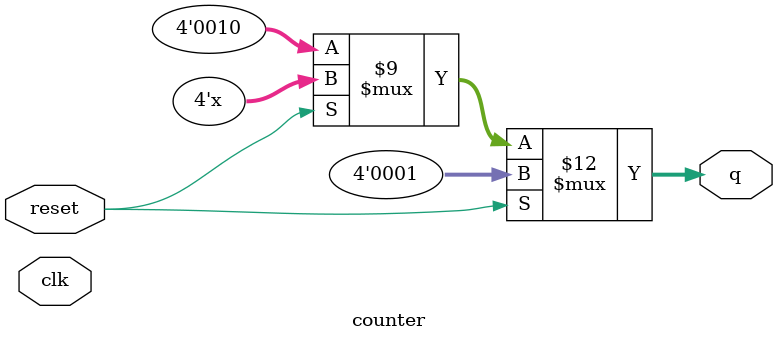
<source format=v>
module counter( 
    input clk,
    input reset,
    output reg [3:0] q
); 
// update q on the positive edge of the clock according to the following cases:
// on reset, assign q to 1
// else if q is 12, assign q to 1
// else, increment q by 1 
initial begin
    q = 1;
    if ( reset == 1'b1 ) begin
        q = 1;
    end else if ( q == 12'b11 ) begin
        q = 1;
    end else begin
        q = q + 1;
    end
end
endmodule

</source>
